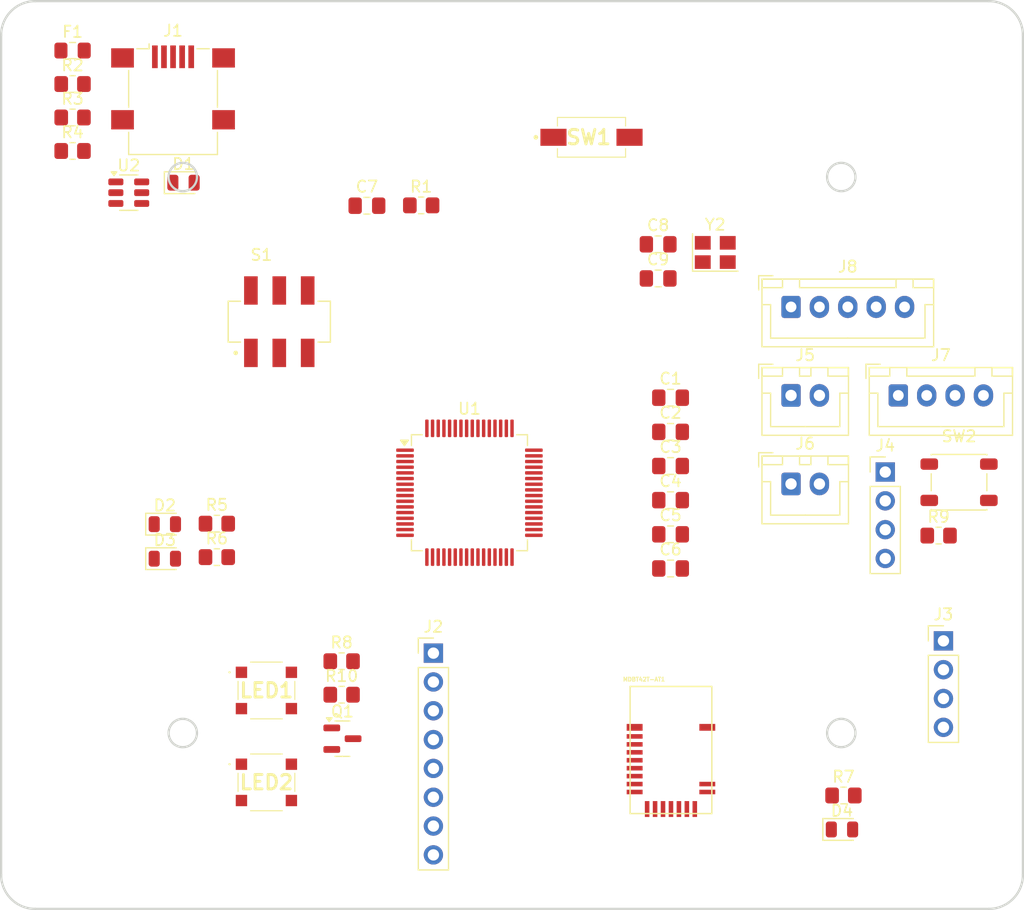
<source format=kicad_pcb>
(kicad_pcb (version 20241229) (generator "pcbnew") (generator_version "9.0")
  (layers (0 "F.Cu" signal) (2 "B.Cu" signal) (13 "F.Paste" user) (15 "B.Paste" user) (5 "F.SilkS" user "F.Silkscreen") (7 "B.SilkS" user "B.Silkscreen") (1 "F.Mask" user) (3 "B.Mask" user) (25 "Edge.Cuts" user))
  (net 0 "")
  (net 11 "/RESET")
  (net 14 "Net-(R1-Pad1)")
  (net 51 "+3V3")
  (net 52 "GND")
  (net 53 "/Boot")
  (net 57 "/OSC_OUT")
  (net 58 "/OSC_IN")
  (net 59 "Net-(D1-A)")
  (net 60 "Vusb")
  (net 61 "Net-(J1-VBUS)")
  (net 67 "/D-")
  (net 68 "/D+")
  (net 69 "/USB_CONN_D+")
  (net 70 "/USB_CONN_D-")
  (net 71 "/USB_D-")
  (net 72 "/USB_D+")
  (net 73 "Net-(D2-A)")
  (net 74 "Net-(D3-A)")
  (net 75 "/USER_LED")
  (net 77 "+5V")
  (net 78 "/IMU_INT")
  (net 79 "/IMU_I2C_SCL")
  (net 82 "/IMU_I2C_SDA")
  (net 91 "Net-(D4-A)")
  (net 92 "/BL_TX")
  (net 93 "/BL_WAKEUP")
  (net 94 "/BL_RX")
  (net 95 "Net-(MDBT42T-AT1-INDICATOR)")
  (net 96 "/ULTRA_ECHO")
  (net 97 "/ULTRA_TRIG")
  (net 98 "/SWCLK")
  (net 99 "/SWDIO")
  (net 100 "+5v")
  (net 101 "/AN2")
  (net 102 "/BN2")
  (net 103 "/AN1")
  (net 104 "/BN1")
  (net 105 "/E2A")
  (net 106 "/E2B")
  (net 107 "/PWR_ADC")
  (net 108 "/E1B")
  (net 109 "/E1A")
  (net 110 "Net-(SW2-A)")
  (net 111 "Net-(LED1-DIN)")
  (net 112 "Net-(LED1-DOUT)")
  (net 114 "/RGB_DIN")
  (footprint "Resistor_SMD:R_0805_2012Metric_Pad1.20x1.40mm_HandSolder" (layer "F.Cu") (at 129.2925 68.205)
    (property "Reference" "R4" (at 0 -1.65 0) (layer "F.SilkS"))
    (property "Value" "10K")
    (pad "1" smd roundrect (at -1 0) (size 1.2 1.4) (layers "F.Cu" "F.Mask" "F.Paste") (roundrect_rratio 0.208333) (net 59 "Net-(D1-A)"))
    (pad "2" smd roundrect (at 1 0) (size 1.2 1.4) (layers "F.Cu" "F.Mask" "F.Paste") (roundrect_rratio 0.208333) (net 60 "Vusb"))
  )
  (footprint "MDBT42T-AT:MDBT42T" (layer "F.Cu") (at 182 121)
    (property "Reference" "MDBT42T-AT1" (at -2.375 -6.225 0) (layer "F.SilkS") (effects (font (size 0.354331 0.354331))))
    (property "Value" "MDBT42T-AT")
    (pad "1" smd rect (at -3.2 -2) (size 1.4 0.6) (layers "F.Cu" "F.Mask" "F.Paste") (net 52 "GND"))
    (pad "2" smd rect (at -3.2 -1.2) (size 1.4 0.4) (layers "F.Cu" "F.Mask" "F.Paste"))
    (pad "3" smd rect (at -3.2 -0.5) (size 1.4 0.4) (layers "F.Cu" "F.Mask" "F.Paste"))
    (pad "4" smd rect (at -3.2 0.2) (size 1.4 0.4) (layers "F.Cu" "F.Mask" "F.Paste"))
    (pad "5" smd rect (at -3.2 0.9) (size 1.4 0.4) (layers "F.Cu" "F.Mask" "F.Paste") (net 95 "Net-(MDBT42T-AT1-INDICATOR)"))
    (pad "6" smd rect (at -3.2 1.6) (size 1.4 0.4) (layers "F.Cu" "F.Mask" "F.Paste") (net 93 "/BL_WAKEUP"))
    (pad "7" smd rect (at -3.2 2.3) (size 1.4 0.4) (layers "F.Cu" "F.Mask" "F.Paste") (net 92 "/BL_TX"))
    (pad "8" smd rect (at -3.2 3) (size 1.4 0.4) (layers "F.Cu" "F.Mask" "F.Paste") (net 94 "/BL_RX"))
    (pad "9" smd rect (at -3.2 3.7) (size 1.4 0.4) (layers "F.Cu" "F.Mask" "F.Paste") (net 52 "GND"))
    (pad "10" smd rect (at -2.1 5.2) (size 0.4 1.4) (layers "F.Cu" "F.Mask" "F.Paste") (net 52 "GND"))
    (pad "11" smd rect (at -1.4 5.2) (size 0.4 1.4) (layers "F.Cu" "F.Mask" "F.Paste"))
    (pad "12" smd rect (at -0.7 5.2) (size 0.4 1.4) (layers "F.Cu" "F.Mask" "F.Paste") (net 52 "GND"))
    (pad "13" smd rect (at 0 5.2) (size 0.4 1.4) (layers "F.Cu" "F.Mask" "F.Paste"))
    (pad "14" smd rect (at 0.7 5.2) (size 0.4 1.4) (layers "F.Cu" "F.Mask" "F.Paste"))
    (pad "15" smd rect (at 1.4 5.2) (size 0.4 1.4) (layers "F.Cu" "F.Mask" "F.Paste") (net 51 "+3V3"))
    (pad "16" smd rect (at 2.1 5.2) (size 0.4 1.4) (layers "F.Cu" "F.Mask" "F.Paste") (net 52 "GND"))
    (pad "17" smd rect (at 3.2 3.7) (size 1.4 0.4) (layers "F.Cu" "F.Mask" "F.Paste"))
    (pad "18" smd rect (at 3.2 3) (size 1.4 0.4) (layers "F.Cu" "F.Mask" "F.Paste"))
    (pad "19" smd rect (at 3.2 -2) (size 1.4 0.6) (layers "F.Cu" "F.Mask" "F.Paste") (net 52 "GND"))
  )
  (footprint "LED_SMD:LED_0805_2012Metric" (layer "F.Cu") (at 137.42 104.135)
    (property "Reference" "D3" (at 0 -1.65 0) (layer "F.SilkS"))
    (property "Value" "USER_LED")
    (pad "1" smd roundrect (at -0.9375 0) (size 0.975 1.4) (layers "F.Cu" "F.Mask" "F.Paste") (net 52 "GND"))
    (pad "2" smd roundrect (at 0.9375 0) (size 0.975 1.4) (layers "F.Cu" "F.Mask" "F.Paste") (net 74 "Net-(D3-A)"))
  )
  (footprint "Capacitor_SMD:C_0805_2012Metric_Pad1.18x1.45mm_HandSolder" (layer "F.Cu") (at 181.9625 105)
    (property "Reference" "C6" (at 0 -1.68 0) (layer "F.SilkS"))
    (property "Value" "10uF")
    (pad "1" smd roundrect (at -1.0375 0) (size 1.175 1.45) (layers "F.Cu" "F.Mask" "F.Paste") (roundrect_rratio 0.212766) (net 51 "+3V3"))
    (pad "2" smd roundrect (at 1.0375 0) (size 1.175 1.45) (layers "F.Cu" "F.Mask" "F.Paste") (roundrect_rratio 0.212766) (net 52 "GND"))
  )
  (footprint "Capacitor_SMD:C_0805_2012Metric_Pad1.18x1.45mm_HandSolder" (layer "F.Cu") (at 181.9625 101.99)
    (property "Reference" "C5" (at 0 -1.68 0) (layer "F.SilkS"))
    (property "Value" "0.1uF")
    (pad "1" smd roundrect (at -1.0375 0) (size 1.175 1.45) (layers "F.Cu" "F.Mask" "F.Paste") (roundrect_rratio 0.212766) (net 51 "+3V3"))
    (pad "2" smd roundrect (at 1.0375 0) (size 1.175 1.45) (layers "F.Cu" "F.Mask" "F.Paste") (roundrect_rratio 0.212766) (net 52 "GND"))
  )
  (footprint "Capacitor_SMD:C_0805_2012Metric_Pad1.18x1.45mm_HandSolder" (layer "F.Cu") (at 181.9625 98.98)
    (property "Reference" "C4" (at 0 -1.68 0) (layer "F.SilkS"))
    (property "Value" "0.1uF")
    (pad "1" smd roundrect (at -1.0375 0) (size 1.175 1.45) (layers "F.Cu" "F.Mask" "F.Paste") (roundrect_rratio 0.212766) (net 51 "+3V3"))
    (pad "2" smd roundrect (at 1.0375 0) (size 1.175 1.45) (layers "F.Cu" "F.Mask" "F.Paste") (roundrect_rratio 0.212766) (net 52 "GND"))
  )
  (footprint "LED_SMD:LED_0805_2012Metric" (layer "F.Cu") (at 139.0625 71)
    (property "Reference" "D1" (at 0 -1.65 0) (layer "F.SilkS"))
    (property "Value" "USB_PWR_LED")
    (pad "1" smd roundrect (at -0.9375 0) (size 0.975 1.4) (layers "F.Cu" "F.Mask" "F.Paste") (net 52 "GND"))
    (pad "2" smd roundrect (at 0.9375 0) (size 0.975 1.4) (layers "F.Cu" "F.Mask" "F.Paste") (net 59 "Net-(D1-A)"))
  )
  (footprint "Connector_PinHeader_2.54mm:PinHeader_1x08_P2.54mm_Vertical" (layer "F.Cu") (at 161.075 112.4615)
    (property "Reference" "J2" (at 0 -2.33 0) (layer "F.SilkS"))
    (property "Value" "Conn_MPU6050")
    (pad "1" thru_hole rect (at 0 0) (size 1.7 1.7) (drill 1) (layers "*.Cu" "*.Mask") (net 77 "+5V"))
    (pad "2" thru_hole oval (at 0 2.54) (size 1.7 1.7) (drill 1) (layers "*.Cu" "*.Mask") (net 52 "GND"))
    (pad "3" thru_hole oval (at 0 5.08) (size 1.7 1.7) (drill 1) (layers "*.Cu" "*.Mask") (net 79 "/IMU_I2C_SCL"))
    (pad "4" thru_hole oval (at 0 7.62) (size 1.7 1.7) (drill 1) (layers "*.Cu" "*.Mask") (net 82 "/IMU_I2C_SDA"))
    (pad "5" thru_hole oval (at 0 10.16) (size 1.7 1.7) (drill 1) (layers "*.Cu" "*.Mask"))
    (pad "6" thru_hole oval (at 0 12.7) (size 1.7 1.7) (drill 1) (layers "*.Cu" "*.Mask"))
    (pad "7" thru_hole oval (at 0 15.24) (size 1.7 1.7) (drill 1) (layers "*.Cu" "*.Mask"))
    (pad "8" thru_hole oval (at 0 17.78) (size 1.7 1.7) (drill 1) (layers "*.Cu" "*.Mask") (net 78 "/IMU_INT"))
  )
  (footprint "Resistor_SMD:R_0805_2012Metric_Pad1.20x1.40mm_HandSolder" (layer "F.Cu") (at 197.1925 125.005)
    (property "Reference" "R7" (at 0 -1.65 0) (layer "F.SilkS"))
    (property "Value" "10K")
    (pad "1" smd roundrect (at -1 0) (size 1.2 1.4) (layers "F.Cu" "F.Mask" "F.Paste") (roundrect_rratio 0.208333) (net 91 "Net-(D4-A)"))
    (pad "2" smd roundrect (at 1 0) (size 1.2 1.4) (layers "F.Cu" "F.Mask" "F.Paste") (roundrect_rratio 0.208333) (net 95 "Net-(MDBT42T-AT1-INDICATOR)"))
  )
  (footprint "Capacitor_SMD:C_0805_2012Metric_Pad1.18x1.45mm_HandSolder" (layer "F.Cu") (at 155.22 73.03)
    (property "Reference" "C7" (at 0 -1.68 0) (layer "F.SilkS"))
    (property "Value" "0.01uF")
    (pad "1" smd roundrect (at -1.0375 0) (size 1.175 1.45) (layers "F.Cu" "F.Mask" "F.Paste") (roundrect_rratio 0.212766) (net 52 "GND"))
    (pad "2" smd roundrect (at 1.0375 0) (size 1.175 1.45) (layers "F.Cu" "F.Mask" "F.Paste") (roundrect_rratio 0.212766) (net 11 "/RESET"))
  )
  (footprint "Package_TO_SOT_SMD:SOT-23-6" (layer "F.Cu") (at 134.2425 71.88)
    (property "Reference" "U2" (at 0 -2.4 0) (layer "F.SilkS"))
    (property "Value" "USBLC6-2SC6")
    (pad "1" smd roundrect (at -1.1375 -0.95) (size 1.325 0.6) (layers "F.Cu" "F.Mask" "F.Paste") (net 70 "/USB_CONN_D-"))
    (pad "2" smd roundrect (at -1.1375 0) (size 1.325 0.6) (layers "F.Cu" "F.Mask" "F.Paste") (net 52 "GND"))
    (pad "3" smd roundrect (at -1.1375 0.95) (size 1.325 0.6) (layers "F.Cu" "F.Mask" "F.Paste") (net 69 "/USB_CONN_D+"))
    (pad "4" smd roundrect (at 1.1375 0.95) (size 1.325 0.6) (layers "F.Cu" "F.Mask" "F.Paste") (net 72 "/USB_D+"))
    (pad "5" smd roundrect (at 1.1375 0) (size 1.325 0.6) (layers "F.Cu" "F.Mask" "F.Paste") (net 60 "Vusb"))
    (pad "6" smd roundrect (at 1.1375 -0.95) (size 1.325 0.6) (layers "F.Cu" "F.Mask" "F.Paste") (net 71 "/USB_D-"))
  )
  (footprint "Capacitor_SMD:C_0805_2012Metric_Pad1.18x1.45mm_HandSolder" (layer "F.Cu") (at 181.9625 95.97)
    (property "Reference" "C3" (at 0 -1.68 0) (layer "F.SilkS"))
    (property "Value" "0.1uF")
    (pad "1" smd roundrect (at -1.0375 0) (size 1.175 1.45) (layers "F.Cu" "F.Mask" "F.Paste") (roundrect_rratio 0.212766) (net 51 "+3V3"))
    (pad "2" smd roundrect (at 1.0375 0) (size 1.175 1.45) (layers "F.Cu" "F.Mask" "F.Paste") (roundrect_rratio 0.212766) (net 52 "GND"))
  )
  (footprint "Button_Switch_SMD:SW_SPST_PTS647_Sx50" (layer "F.Cu") (at 207.375 97.4)
    (property "Reference" "SW2" (at 0 -4.05 0) (layer "F.SilkS"))
    (property "Value" "SW_USER")
    (pad "1" smd roundrect (at -2.625 -1.6) (size 1.55 1) (layers "F.Cu" "F.Mask" "F.Paste") (net 110 "Net-(SW2-A)"))
    (pad "1" smd roundrect (at 2.625 -1.6) (size 1.55 1) (layers "F.Cu" "F.Mask" "F.Paste") (net 110 "Net-(SW2-A)"))
    (pad "2" smd roundrect (at -2.625 1.6) (size 1.55 1) (layers "F.Cu" "F.Mask" "F.Paste") (net 52 "GND"))
    (pad "2" smd roundrect (at 2.625 1.6) (size 1.55 1) (layers "F.Cu" "F.Mask" "F.Paste") (net 52 "GND"))
  )
  (footprint "Resistor_SMD:R_0805_2012Metric_Pad1.20x1.40mm_HandSolder" (layer "F.Cu") (at 205.575 102.1)
    (property "Reference" "R9" (at 0 -1.65 0) (layer "F.SilkS"))
    (property "Value" "10K")
    (pad "1" smd roundrect (at -1 0) (size 1.2 1.4) (layers "F.Cu" "F.Mask" "F.Paste") (roundrect_rratio 0.208333) (net 110 "Net-(SW2-A)"))
    (pad "2" smd roundrect (at 1 0) (size 1.2 1.4) (layers "F.Cu" "F.Mask" "F.Paste") (roundrect_rratio 0.208333) (net 51 "+3V3"))
  )
  (footprint "Connector_JST:JST_XH_B2B-XH-A_1x02_P2.50mm_Vertical" (layer "F.Cu") (at 192.575 97.55)
    (property "Reference" "J6" (at 1.25 -3.55 0) (layer "F.SilkS"))
    (property "Value" "Conn_5V")
    (pad "1" thru_hole roundrect (at 0 0) (size 1.7 2) (drill 1) (layers "*.Cu" "*.Mask") (roundrect_rratio 0.147059) (net 100 "+5v"))
    (pad "2" thru_hole oval (at 2.5 0) (size 1.7 2) (drill 1) (layers "*.Cu" "*.Mask") (net 52 "GND"))
  )
  (footprint "Resistor_SMD:R_0805_2012Metric_Pad1.20x1.40mm_HandSolder" (layer "F.Cu") (at 152.9925 113.175)
    (property "Reference" "R8" (at 0 -1.65 0) (layer "F.SilkS"))
    (property "Value" "10K")
    (pad "1" smd roundrect (at -1 0) (size 1.2 1.4) (layers "F.Cu" "F.Mask" "F.Paste") (roundrect_rratio 0.208333) (net 111 "Net-(LED1-DIN)"))
    (pad "2" smd roundrect (at 1 0) (size 1.2 1.4) (layers "F.Cu" "F.Mask" "F.Paste") (roundrect_rratio 0.208333) (net 100 "+5v"))
  )
  (footprint "Crystal:Crystal_SMD_Abracon_ABM8G-4Pin_3.2x2.5mm" (layer "F.Cu") (at 185.9 77.15)
    (property "Reference" "Y2" (at 0 -2.45 0) (layer "F.SilkS"))
    (property "Value" "16Mhz")
    (pad "1" smd rect (at -1.1 0.85) (size 1.4 1.2) (layers "F.Cu" "F.Mask" "F.Paste") (net 58 "/OSC_IN"))
    (pad "2" smd rect (at 1.1 0.85) (size 1.4 1.2) (layers "F.Cu" "F.Mask" "F.Paste") (net 52 "GND"))
    (pad "3" smd rect (at 1.1 -0.85) (size 1.4 1.2) (layers "F.Cu" "F.Mask" "F.Paste") (net 57 "/OSC_OUT"))
    (pad "4" smd rect (at -1.1 -0.85) (size 1.4 1.2) (layers "F.Cu" "F.Mask" "F.Paste") (net 52 "GND"))
  )
  (footprint "RGB_LED:INPI55TATPRPGPB" (layer "F.Cu") (at 146.3675 123.85)
    (property "Reference" "LED2" (at 0 0 0) (layer "F.SilkS") (effects (font (size 1.27 1.27) (thickness 0.254))))
    (property "Value" "IN-PI55TATPRPGPB" (hide yes))
    (pad "1" smd rect (at -2.2 -1.6 90) (size 1 1) (layers "F.Cu" "F.Mask" "F.Paste") (net 100 "+5v"))
    (pad "2" smd rect (at -2.2 1.6 90) (size 1 1) (layers "F.Cu" "F.Mask" "F.Paste"))
    (pad "3" smd rect (at 2.2 1.6 90) (size 1 1) (layers "F.Cu" "F.Mask" "F.Paste") (net 52 "GND"))
    (pad "4" smd rect (at 2.2 -1.6 90) (size 1 1) (layers "F.Cu" "F.Mask" "F.Paste") (net 112 "Net-(LED1-DOUT)"))
  )
  (footprint "Resistor_SMD:R_0805_2012Metric_Pad1.20x1.40mm_HandSolder" (layer "F.Cu") (at 129.2925 62.305)
    (property "Reference" "R2" (at 0 -1.65 0) (layer "F.SilkS"))
    (property "Value" "22")
    (pad "1" smd roundrect (at -1 0) (size 1.2 1.4) (layers "F.Cu" "F.Mask" "F.Paste") (roundrect_rratio 0.208333) (net 69 "/USB_CONN_D+"))
    (pad "2" smd roundrect (at 1 0) (size 1.2 1.4) (layers "F.Cu" "F.Mask" "F.Paste") (roundrect_rratio 0.208333) (net 68 "/D+"))
  )
  (footprint "LED_SMD:LED_0805_2012Metric" (layer "F.Cu") (at 197.0625 128)
    (property "Reference" "D4" (at 0 -1.65 0) (layer "F.SilkS"))
    (property "Value" "Bl_IND_LED")
    (pad "1" smd roundrect (at -0.9375 0) (size 0.975 1.4) (layers "F.Cu" "F.Mask" "F.Paste") (net 52 "GND"))
    (pad "2" smd roundrect (at 0.9375 0) (size 0.975 1.4) (layers "F.Cu" "F.Mask" "F.Paste") (net 91 "Net-(D4-A)"))
  )
  (footprint "Capacitor_SMD:C_0805_2012Metric_Pad1.18x1.45mm_HandSolder" (layer "F.Cu") (at 180.87 76.43)
    (property "Reference" "C8" (at 0 -1.68 0) (layer "F.SilkS"))
    (property "Value" "0.22pF")
    (pad "1" smd roundrect (at -1.0375 0) (size 1.175 1.45) (layers "F.Cu" "F.Mask" "F.Paste") (roundrect_rratio 0.212766) (net 57 "/OSC_OUT"))
    (pad "2" smd roundrect (at 1.0375 0) (size 1.175 1.45) (layers "F.Cu" "F.Mask" "F.Paste") (roundrect_rratio 0.212766) (net 52 "GND"))
  )
  (footprint "Connector_JST:JST_XH_B2B-XH-A_1x02_P2.50mm_Vertical" (layer "F.Cu") (at 192.575 89.75)
    (property "Reference" "J5" (at 1.25 -3.55 0) (layer "F.SilkS"))
    (property "Value" "Conn_3V3")
    (pad "1" thru_hole roundrect (at 0 0) (size 1.7 2) (drill 1) (layers "*.Cu" "*.Mask") (roundrect_rratio 0.147059) (net 51 "+3V3"))
    (pad "2" thru_hole oval (at 2.5 0) (size 1.7 2) (drill 1) (layers "*.Cu" "*.Mask") (net 52 "GND"))
  )
  (footprint "Connector_JST:JST_XH_B5B-XH-A_1x05_P2.50mm_Vertical" (layer "F.Cu") (at 192.575 81.95)
    (property "Reference" "J8" (at 5 -3.55 0) (layer "F.SilkS"))
    (property "Value" "Conn_HAL")
    (pad "1" thru_hole roundrect (at 0 0) (size 1.7 1.95) (drill 0.95) (layers "*.Cu" "*.Mask") (roundrect_rratio 0.147059) (net 105 "/E2A"))
    (pad "2" thru_hole oval (at 2.5 0) (size 1.7 1.95) (drill 0.95) (layers "*.Cu" "*.Mask") (net 106 "/E2B"))
    (pad "3" thru_hole oval (at 5 0) (size 1.7 1.95) (drill 0.95) (layers "*.Cu" "*.Mask") (net 109 "/E1A"))
    (pad "4" thru_hole oval (at 7.5 0) (size 1.7 1.95) (drill 0.95) (layers "*.Cu" "*.Mask") (net 108 "/E1B"))
    (pad "5" thru_hole oval (at 10 0) (size 1.7 1.95) (drill 0.95) (layers "*.Cu" "*.Mask") (net 107 "/PWR_ADC"))
  )
  (footprint "Connector_JST:JST_XH_B4B-XH-A_1x04_P2.50mm_Vertical" (layer "F.Cu") (at 202.025 89.75)
    (property "Reference" "J7" (at 3.75 -3.55 0) (layer "F.SilkS"))
    (property "Value" "Conn_DRIVE")
    (pad "1" thru_hole roundrect (at 0 0) (size 1.7 1.95) (drill 0.95) (layers "*.Cu" "*.Mask") (roundrect_rratio 0.147059) (net 101 "/AN2"))
    (pad "2" thru_hole oval (at 2.5 0) (size 1.7 1.95) (drill 0.95) (layers "*.Cu" "*.Mask") (net 103 "/AN1"))
    (pad "3" thru_hole oval (at 5 0) (size 1.7 1.95) (drill 0.95) (layers "*.Cu" "*.Mask") (net 102 "/BN2"))
    (pad "4" thru_hole oval (at 7.5 0) (size 1.7 1.95) (drill 0.95) (layers "*.Cu" "*.Mask") (net 104 "/BN1"))
  )
  (footprint "SW_up_Boot:SW_up_Boot" (layer "F.Cu") (at 147.5 83.25)
    (property "Reference" "S1" (at -1.575 -5.885 0) (layer "F.SilkS"))
    (property "Value" "JS202011SCQN")
    (pad "1" smd rect (at -2.5 2.75) (size 1.2 2.5) (layers "F.Cu" "F.Mask" "F.Paste") (net 51 "+3V3"))
    (pad "2" smd rect (at 0 2.75) (size 1.2 2.5) (layers "F.Cu" "F.Mask" "F.Paste") (net 14 "Net-(R1-Pad1)"))
    (pad "3" smd rect (at 2.5 2.75) (size 1.2 2.5) (layers "F.Cu" "F.Mask" "F.Paste") (net 52 "GND"))
    (pad "4" smd rect (at -2.5 -2.75) (size 1.2 2.5) (layers "F.Cu" "F.Mask" "F.Paste"))
    (pad "5" smd rect (at 0 -2.75) (size 1.2 2.5) (layers "F.Cu" "F.Mask" "F.Paste"))
    (pad "6" smd rect (at 2.5 -2.75) (size 1.2 2.5) (layers "F.Cu" "F.Mask" "F.Paste"))
  )
  (footprint "Package_TO_SOT_SMD:SOT-23" (layer "F.Cu") (at 153.0625 120)
    (property "Reference" "Q1" (at 0 -2.4 0) (layer "F.SilkS"))
    (property "Value" "BSS138")
    (pad "1" smd roundrect (at -0.9375 -0.95) (size 1.475 0.6) (layers "F.Cu" "F.Mask" "F.Paste") (net 51 "+3V3"))
    (pad "2" smd roundrect (at -0.9375 0.95) (size 1.475 0.6) (layers "F.Cu" "F.Mask" "F.Paste") (net 111 "Net-(LED1-DIN)"))
    (pad "3" smd roundrect (at 0.9375 0) (size 1.475 0.6) (layers "F.Cu" "F.Mask" "F.Paste") (net 114 "/RGB_DIN"))
  )
  (footprint "RGB_LED:INPI55TATPRPGPB" (layer "F.Cu") (at 146.3675 115.75)
    (property "Reference" "LED1" (at 0 0 0) (layer "F.SilkS") (effects (font (size 1.27 1.27) (thickness 0.254))))
    (property "Value" "IN-PI55TATPRPGPB" (hide yes))
    (pad "1" smd rect (at -2.2 -1.6 90) (size 1 1) (layers "F.Cu" "F.Mask" "F.Paste") (net 100 "+5v"))
    (pad "2" smd rect (at -2.2 1.6 90) (size 1 1) (layers "F.Cu" "F.Mask" "F.Paste") (net 112 "Net-(LED1-DOUT)"))
    (pad "3" smd rect (at 2.2 1.6 90) (size 1 1) (layers "F.Cu" "F.Mask" "F.Paste") (net 52 "GND"))
    (pad "4" smd rect (at 2.2 -1.6 90) (size 1 1) (layers "F.Cu" "F.Mask" "F.Paste") (net 111 "Net-(LED1-DIN)"))
  )
  (footprint "Connector_PinHeader_2.54mm:PinHeader_1x04_P2.54mm_Vertical" (layer "F.Cu") (at 206 111.38)
    (property "Reference" "J3" (at 0 -2.33 0) (layer "F.SilkS"))
    (property "Value" "Conn_ULTRA")
    (pad "1" thru_hole rect (at 0 0) (size 1.7 1.7) (drill 1) (layers "*.Cu" "*.Mask") (net 77 "+5V"))
    (pad "2" thru_hole oval (at 0 2.54) (size 1.7 1.7) (drill 1) (layers "*.Cu" "*.Mask") (net 97 "/ULTRA_TRIG"))
    (pad "3" thru_hole oval (at 0 5.08) (size 1.7 1.7) (drill 1) (layers "*.Cu" "*.Mask") (net 96 "/ULTRA_ECHO"))
    (pad "4" thru_hole oval (at 0 7.62) (size 1.7 1.7) (drill 1) (layers "*.Cu" "*.Mask") (net 52 "GND"))
  )
  (footprint "Capacitor_SMD:C_0805_2012Metric_Pad1.18x1.45mm_HandSolder" (layer "F.Cu") (at 181.9625 92.96)
    (property "Reference" "C2" (at 0 -1.68 0) (layer "F.SilkS"))
    (property "Value" "0.1uF")
    (pad "1" smd roundrect (at -1.0375 0) (size 1.175 1.45) (layers "F.Cu" "F.Mask" "F.Paste") (roundrect_rratio 0.212766) (net 51 "+3V3"))
    (pad "2" smd roundrect (at 1.0375 0) (size 1.175 1.45) (layers "F.Cu" "F.Mask" "F.Paste") (roundrect_rratio 0.212766) (net 52 "GND"))
  )
  (footprint "Resistor_SMD:R_0805_2012Metric_Pad1.20x1.40mm_HandSolder" (layer "F.Cu") (at 142 101.05)
    (property "Reference" "R5" (at 0 -1.65 0) (layer "F.SilkS"))
    (property "Value" "10K")
    (pad "1" smd roundrect (at -1 0) (size 1.2 1.4) (layers "F.Cu" "F.Mask" "F.Paste") (roundrect_rratio 0.208333) (net 73 "Net-(D2-A)"))
    (pad "2" smd roundrect (at 1 0) (size 1.2 1.4) (layers "F.Cu" "F.Mask" "F.Paste") (roundrect_rratio 0.208333) (net 51 "+3V3"))
  )
  (footprint "Resistor_SMD:R_0805_2012Metric_Pad1.20x1.40mm_HandSolder" (layer "F.Cu") (at 129.2925 65.255)
    (property "Reference" "R3" (at 0 -1.65 0) (layer "F.SilkS"))
    (property "Value" "22")
    (pad "1" smd roundrect (at -1 0) (size 1.2 1.4) (layers "F.Cu" "F.Mask" "F.Paste") (roundrect_rratio 0.208333) (net 70 "/USB_CONN_D-"))
    (pad "2" smd roundrect (at 1 0) (size 1.2 1.4) (layers "F.Cu" "F.Mask" "F.Paste") (roundrect_rratio 0.208333) (net 67 "/D-"))
  )
  (footprint "LED_SMD:LED_0805_2012Metric" (layer "F.Cu") (at 137.42 101.095)
    (property "Reference" "D2" (at 0 -1.65 0) (layer "F.SilkS"))
    (property "Value" "uP_PWR_LED")
    (pad "1" smd roundrect (at -0.9375 0) (size 0.975 1.4) (layers "F.Cu" "F.Mask" "F.Paste") (net 52 "GND"))
    (pad "2" smd roundrect (at 0.9375 0) (size 0.975 1.4) (layers "F.Cu" "F.Mask" "F.Paste") (net 73 "Net-(D2-A)"))
  )
  (footprint "Resistor_SMD:R_0805_2012Metric_Pad1.20x1.40mm_HandSolder" (layer "F.Cu") (at 152.9925 116.125)
    (property "Reference" "R10" (at 0 -1.65 0) (layer "F.SilkS"))
    (property "Value" "10K")
    (pad "1" smd roundrect (at -1 0) (size 1.2 1.4) (layers "F.Cu" "F.Mask" "F.Paste") (roundrect_rratio 0.208333) (net 114 "/RGB_DIN"))
    (pad "2" smd roundrect (at 1 0) (size 1.2 1.4) (layers "F.Cu" "F.Mask" "F.Paste") (roundrect_rratio 0.208333) (net 51 "+3V3"))
  )
  (footprint "SW_uP_Reset:SW_uP_Reset" (layer "F.Cu") (at 175 67)
    (property "Reference" "SW1" (at -0.25 0 0) (layer "F.SilkS") (effects (font (size 1.27 1.27) (thickness 0.254))))
    (property "Value" "SW_SPST" (hide yes))
    (pad "1" smd rect (at -3.35 0 90) (size 1.5 2.3) (layers "F.Cu" "F.Mask" "F.Paste") (net 52 "GND"))
    (pad "2" smd rect (at 3.35 0 90) (size 1.5 2.3) (layers "F.Cu" "F.Mask" "F.Paste") (net 11 "/RESET"))
  )
  (footprint "Fuse:Fuse_0805_2012Metric_Pad1.15x1.40mm_HandSolder" (layer "F.Cu") (at 129.2925 59.355)
    (property "Reference" "F1" (at 0 -1.65 0) (layer "F.SilkS"))
    (property "Value" "PTCSMD")
    (pad "1" smd roundrect (at -1.025 0) (size 1.15 1.4) (layers "F.Cu" "F.Mask" "F.Paste") (roundrect_rratio 0.217391) (net 61 "Net-(J1-VBUS)"))
    (pad "2" smd roundrect (at 1.025 0) (size 1.15 1.4) (layers "F.Cu" "F.Mask" "F.Paste") (roundrect_rratio 0.217391) (net 60 "Vusb"))
  )
  (footprint "Capacitor_SMD:C_0805_2012Metric_Pad1.18x1.45mm_HandSolder" (layer "F.Cu") (at 181.9625 89.95)
    (property "Reference" "C1" (at 0 -1.68 0) (layer "F.SilkS"))
    (property "Value" "0.1uF")
    (pad "1" smd roundrect (at -1.0375 0) (size 1.175 1.45) (layers "F.Cu" "F.Mask" "F.Paste") (roundrect_rratio 0.212766) (net 51 "+3V3"))
    (pad "2" smd roundrect (at 1.0375 0) (size 1.175 1.45) (layers "F.Cu" "F.Mask" "F.Paste") (roundrect_rratio 0.212766) (net 52 "GND"))
  )
  (footprint "Resistor_SMD:R_0805_2012Metric_Pad1.20x1.40mm_HandSolder" (layer "F.Cu") (at 160 73)
    (property "Reference" "R1" (at 0 -1.65 0) (layer "F.SilkS"))
    (property "Value" "10K")
    (pad "1" smd roundrect (at -1 0) (size 1.2 1.4) (layers "F.Cu" "F.Mask" "F.Paste") (roundrect_rratio 0.208333) (net 14 "Net-(R1-Pad1)"))
    (pad "2" smd roundrect (at 1 0) (size 1.2 1.4) (layers "F.Cu" "F.Mask" "F.Paste") (roundrect_rratio 0.208333) (net 53 "/Boot"))
  )
  (footprint "Package_QFP:LQFP-64_10x10mm_P0.5mm" (layer "F.Cu") (at 164.25 98.325)
    (property "Reference" "U1" (at 0 -7.4 0) (layer "F.SilkS"))
    (property "Value" "STM32F103RCTx")
    (pad "1" smd roundrect (at -5.675 -3.75) (size 1.55 0.3) (layers "F.Cu" "F.Mask" "F.Paste"))
    (pad "2" smd roundrect (at -5.675 -3.25) (size 1.55 0.3) (layers "F.Cu" "F.Mask" "F.Paste"))
    (pad "3" smd roundrect (at -5.675 -2.75) (size 1.55 0.3) (layers "F.Cu" "F.Mask" "F.Paste"))
    (pad "4" smd roundrect (at -5.675 -2.25) (size 1.55 0.3) (layers "F.Cu" "F.Mask" "F.Paste"))
    (pad "5" smd roundrect (at -5.675 -1.75) (size 1.55 0.3) (layers "F.Cu" "F.Mask" "F.Paste") (net 58 "/OSC_IN"))
    (pad "6" smd roundrect (at -5.675 -1.25) (size 1.55 0.3) (layers "F.Cu" "F.Mask" "F.Paste") (net 57 "/OSC_OUT"))
    (pad "7" smd roundrect (at -5.675 -0.75) (size 1.55 0.3) (layers "F.Cu" "F.Mask" "F.Paste") (net 11 "/RESET"))
    (pad "8" smd roundrect (at -5.675 -0.25) (size 1.55 0.3) (layers "F.Cu" "F.Mask" "F.Paste"))
    (pad "9" smd roundrect (at -5.675 0.25) (size 1.55 0.3) (layers "F.Cu" "F.Mask" "F.Paste"))
    (pad "10" smd roundrect (at -5.675 0.75) (size 1.55 0.3) (layers "F.Cu" "F.Mask" "F.Paste"))
    (pad "11" smd roundrect (at -5.675 1.25) (size 1.55 0.3) (layers "F.Cu" "F.Mask" "F.Paste"))
    (pad "12" smd roundrect (at -5.675 1.75) (size 1.55 0.3) (layers "F.Cu" "F.Mask" "F.Paste") (net 52 "GND"))
    (pad "13" smd roundrect (at -5.675 2.25) (size 1.55 0.3) (layers "F.Cu" "F.Mask" "F.Paste") (net 51 "+3V3"))
    (pad "14" smd roundrect (at -5.675 2.75) (size 1.55 0.3) (layers "F.Cu" "F.Mask" "F.Paste"))
    (pad "15" smd roundrect (at -5.675 3.25) (size 1.55 0.3) (layers "F.Cu" "F.Mask" "F.Paste"))
    (pad "16" smd roundrect (at -5.675 3.75) (size 1.55 0.3) (layers "F.Cu" "F.Mask" "F.Paste"))
    (pad "17" smd roundrect (at -3.75 5.675) (size 0.3 1.55) (layers "F.Cu" "F.Mask" "F.Paste"))
    (pad "18" smd roundrect (at -3.25 5.675) (size 0.3 1.55) (layers "F.Cu" "F.Mask" "F.Paste") (net 52 "GND"))
    (pad "19" smd roundrect (at -2.75 5.675) (size 0.3 1.55) (layers "F.Cu" "F.Mask" "F.Paste") (net 51 "+3V3"))
    (pad "20" smd roundrect (at -2.25 5.675) (size 0.3 1.55) (layers "F.Cu" "F.Mask" "F.Paste"))
    (pad "21" smd roundrect (at -1.75 5.675) (size 0.3 1.55) (layers "F.Cu" "F.Mask" "F.Paste"))
    (pad "22" smd roundrect (at -1.25 5.675) (size 0.3 1.55) (layers "F.Cu" "F.Mask" "F.Paste"))
    (pad "23" smd roundrect (at -0.75 5.675) (size 0.3 1.55) (layers "F.Cu" "F.Mask" "F.Paste"))
    (pad "24" smd roundrect (at -0.25 5.675) (size 0.3 1.55) (layers "F.Cu" "F.Mask" "F.Paste"))
    (pad "25" smd roundrect (at 0.25 5.675) (size 0.3 1.55) (layers "F.Cu" "F.Mask" "F.Paste"))
    (pad "26" smd roundrect (at 0.75 5.675) (size 0.3 1.55) (layers "F.Cu" "F.Mask" "F.Paste"))
    (pad "27" smd roundrect (at 1.25 5.675) (size 0.3 1.55) (layers "F.Cu" "F.Mask" "F.Paste"))
    (pad "28" smd roundrect (at 1.75 5.675) (size 0.3 1.55) (layers "F.Cu" "F.Mask" "F.Paste"))
    (pad "29" smd roundrect (at 2.25 5.675) (size 0.3 1.55) (layers "F.Cu" "F.Mask" "F.Paste"))
    (pad "30" smd roundrect (at 2.75 5.675) (size 0.3 1.55) (layers "F.Cu" "F.Mask" "F.Paste"))
    (pad "31" smd roundrect (at 3.25 5.675) (size 0.3 1.55) (layers "F.Cu" "F.Mask" "F.Paste") (net 52 "GND"))
    (pad "32" smd roundrect (at 3.75 5.675) (size 0.3 1.55) (layers "F.Cu" "F.Mask" "F.Paste") (net 51 "+3V3"))
    (pad "33" smd roundrect (at 5.675 3.75) (size 1.55 0.3) (layers "F.Cu" "F.Mask" "F.Paste"))
    (pad "34" smd roundrect (at 5.675 3.25) (size 1.55 0.3) (layers "F.Cu" "F.Mask" "F.Paste"))
    (pad "35" smd roundrect (at 5.675 2.75) (size 1.55 0.3) (layers "F.Cu" "F.Mask" "F.Paste"))
    (pad "36" smd roundrect (at 5.675 2.25) (size 1.55 0.3) (layers "F.Cu" "F.Mask" "F.Paste"))
    (pad "37" smd roundrect (at 5.675 1.75) (size 1.55 0.3) (layers "F.Cu" "F.Mask" "F.Paste"))
    (pad "38" smd roundrect (at 5.675 1.25) (size 1.55 0.3) (layers "F.Cu" "F.Mask" "F.Paste"))
    (pad "39" smd roundrect (at 5.675 0.75) (size 1.55 0.3) (layers "F.Cu" "F.Mask" "F.Paste"))
    (pad "40" smd roundrect (at 5.675 0.25) (size 1.55 0.3) (layers "F.Cu" "F.Mask" "F.Paste"))
    (pad "41" smd roundrect (at 5.675 -0.25) (size 1.55 0.3) (layers "F.Cu" "F.Mask" "F.Paste"))
    (pad "42" smd roundrect (at 5.675 -0.75) (size 1.55 0.3) (layers "F.Cu" "F.Mask" "F.Paste"))
    (pad "43" smd roundrect (at 5.675 -1.25) (size 1.55 0.3) (layers "F.Cu" "F.Mask" "F.Paste"))
    (pad "44" smd roundrect (at 5.675 -1.75) (size 1.55 0.3) (layers "F.Cu" "F.Mask" "F.Paste") (net 71 "/USB_D-"))
    (pad "45" smd roundrect (at 5.675 -2.25) (size 1.55 0.3) (layers "F.Cu" "F.Mask" "F.Paste") (net 72 "/USB_D+"))
    (pad "46" smd roundrect (at 5.675 -2.75) (size 1.55 0.3) (layers "F.Cu" "F.Mask" "F.Paste"))
    (pad "47" smd roundrect (at 5.675 -3.25) (size 1.55 0.3) (layers "F.Cu" "F.Mask" "F.Paste") (net 52 "GND"))
    (pad "48" smd roundrect (at 5.675 -3.75) (size 1.55 0.3) (layers "F.Cu" "F.Mask" "F.Paste") (net 51 "+3V3"))
    (pad "49" smd roundrect (at 3.75 -5.675) (size 0.3 1.55) (layers "F.Cu" "F.Mask" "F.Paste"))
    (pad "50" smd roundrect (at 3.25 -5.675) (size 0.3 1.55) (layers "F.Cu" "F.Mask" "F.Paste"))
    (pad "51" smd roundrect (at 2.75 -5.675) (size 0.3 1.55) (layers "F.Cu" "F.Mask" "F.Paste"))
    (pad "52" smd roundrect (at 2.25 -5.675) (size 0.3 1.55) (layers "F.Cu" "F.Mask" "F.Paste"))
    (pad "53" smd roundrect (at 1.75 -5.675) (size 0.3 1.55) (layers "F.Cu" "F.Mask" "F.Paste"))
    (pad "54" smd roundrect (at 1.25 -5.675) (size 0.3 1.55) (layers "F.Cu" "F.Mask" "F.Paste"))
    (pad "55" smd roundrect (at 0.75 -5.675) (size 0.3 1.55) (layers "F.Cu" "F.Mask" "F.Paste"))
    (pad "56" smd roundrect (at 0.25 -5.675) (size 0.3 1.55) (layers "F.Cu" "F.Mask" "F.Paste"))
    (pad "57" smd roundrect (at -0.25 -5.675) (size 0.3 1.55) (layers "F.Cu" "F.Mask" "F.Paste"))
    (pad "58" smd roundrect (at -0.75 -5.675) (size 0.3 1.55) (layers "F.Cu" "F.Mask" "F.Paste"))
    (pad "59" smd roundrect (at -1.25 -5.675) (size 0.3 1.55) (layers "F.Cu" "F.Mask" "F.Paste"))
    (pad "60" smd roundrect (at -1.75 -5.675) (size 0.3 1.55) (layers "F.Cu" "F.Mask" "F.Paste") (net 53 "/Boot"))
    (pad "61" smd roundrect (at -2.25 -5.675) (size 0.3 1.55) (layers "F.Cu" "F.Mask" "F.Paste"))
    (pad "62" smd roundrect (at -2.75 -5.675) (size 0.3 1.55) (layers "F.Cu" "F.Mask" "F.Paste"))
    (pad "63" smd roundrect (at -3.25 -5.675) (size 0.3 1.55) (layers "F.Cu" "F.Mask" "F.Paste") (net 52 "GND"))
    (pad "64" smd roundrect (at -3.75 -5.675) (size 0.3 1.55) (layers "F.Cu" "F.Mask" "F.Paste") (net 51 "+3V3"))
  )
  (footprint "Connector_PinHeader_2.54mm:PinHeader_1x04_P2.54mm_Vertical" (layer "F.Cu") (at 200.875 96.5)
    (property "Reference" "J4" (at 0 -2.33 0) (layer "F.SilkS"))
    (property "Value" "Conn_ULTRA")
    (pad "1" thru_hole rect (at 0 0) (size 1.7 1.7) (drill 1) (layers "*.Cu" "*.Mask") (net 51 "+3V3"))
    (pad "2" thru_hole oval (at 0 2.54) (size 1.7 1.7) (drill 1) (layers "*.Cu" "*.Mask") (net 98 "/SWCLK"))
    (pad "3" thru_hole oval (at 0 5.08) (size 1.7 1.7) (drill 1) (layers "*.Cu" "*.Mask") (net 52 "GND"))
    (pad "4" thru_hole oval (at 0 7.62) (size 1.7 1.7) (drill 1) (layers "*.Cu" "*.Mask") (net 99 "/SWDIO"))
  )
  (footprint "Connector_USB:USB_Mini-B_Lumberg_2486_01_Horizontal" (layer "F.Cu") (at 138.1425 62.605)
    (property "Reference" "J1" (at 0 -5 0) (layer "F.SilkS"))
    (property "Value" "USB_B_Mini")
    (pad "" np_thru_hole circle (at -2.2 0) (size 1 1) (drill 1) (layers "*.Cu" "*.Mask"))
    (pad "" np_thru_hole circle (at 2.2 0) (size 1 1) (drill 1) (layers "*.Cu" "*.Mask"))
    (pad "1" smd rect (at -1.6 -2.7) (size 0.5 2) (layers "F.Cu" "F.Mask" "F.Paste") (net 61 "Net-(J1-VBUS)"))
    (pad "2" smd rect (at -0.8 -2.7) (size 0.5 2) (layers "F.Cu" "F.Mask" "F.Paste") (net 67 "/D-"))
    (pad "3" smd rect (at 0 -2.7) (size 0.5 2) (layers "F.Cu" "F.Mask" "F.Paste") (net 68 "/D+"))
    (pad "4" smd rect (at 0.8 -2.7) (size 0.5 2) (layers "F.Cu" "F.Mask" "F.Paste"))
    (pad "5" smd rect (at 1.6 -2.7) (size 0.5 2) (layers "F.Cu" "F.Mask" "F.Paste") (net 52 "GND"))
    (pad "6" smd rect (at -4.45 -2.6) (size 2 1.7) (layers "F.Cu" "F.Mask" "F.Paste"))
    (pad "6" smd rect (at -4.45 2.85) (size 2 1.7) (layers "F.Cu" "F.Mask" "F.Paste"))
    (pad "6" smd rect (at 4.45 -2.6) (size 2 1.7) (layers "F.Cu" "F.Mask" "F.Paste"))
    (pad "6" smd rect (at 4.45 2.85) (size 2 1.7) (layers "F.Cu" "F.Mask" "F.Paste"))
  )
  (footprint "Capacitor_SMD:C_0805_2012Metric_Pad1.18x1.45mm_HandSolder" (layer "F.Cu") (at 180.87 79.44)
    (property "Reference" "C9" (at 0 -1.68 0) (layer "F.SilkS"))
    (property "Value" "0.22pF")
    (pad "1" smd roundrect (at -1.0375 0) (size 1.175 1.45) (layers "F.Cu" "F.Mask" "F.Paste") (roundrect_rratio 0.212766) (net 58 "/OSC_IN"))
    (pad "2" smd roundrect (at 1.0375 0) (size 1.175 1.45) (layers "F.Cu" "F.Mask" "F.Paste") (roundrect_rratio 0.212766) (net 52 "GND"))
  )
  (footprint "Resistor_SMD:R_0805_2012Metric_Pad1.20x1.40mm_HandSolder" (layer "F.Cu") (at 142 104)
    (property "Reference" "R6" (at 0 -1.65 0) (layer "F.SilkS"))
    (property "Value" "10K")
    (pad "1" smd roundrect (at -1 0) (size 1.2 1.4) (layers "F.Cu" "F.Mask" "F.Paste") (roundrect_rratio 0.208333) (net 74 "Net-(D3-A)"))
    (pad "2" smd roundrect (at 1 0) (size 1.2 1.4) (layers "F.Cu" "F.Mask" "F.Paste") (roundrect_rratio 0.208333) (net 75 "/USER_LED"))
  )
  (gr_circle (center 138.999999 70.5) (end 140.249999 70.5) (stroke (width 0.2)) (fill no) (layer "Edge.Cuts"))
  (gr_arc (start 212.999999 132) (mid 212.121319 134.12132) (end 209.999999 135) (stroke (width 0.2)) (layer "Edge.Cuts"))
  (gr_circle (center 196.999999 119.5) (end 198.249999 119.5) (stroke (width 0.2)) (fill no) (layer "Edge.Cuts"))
  (gr_arc (start 122.999999 58.000001) (mid 123.878679 55.87868) (end 126 55) (stroke (width 0.2)) (layer "Edge.Cuts"))
  (gr_circle (center 196.999999 70.5) (end 198.249999 70.5) (stroke (width 0.2)) (fill no) (layer "Edge.Cuts"))
  (gr_arc (start 126 135) (mid 123.878679 134.12132) (end 122.999999 131.999999) (stroke (width 0.2)) (layer "Edge.Cuts"))
  (gr_line (start 209.999999 55) (end 126 55) (stroke (width 0.2)) (layer "Edge.Cuts"))
  (gr_circle (center 138.999999 119.5) (end 140.249999 119.5) (stroke (width 0.2)) (fill no) (layer "Edge.Cuts"))
  (gr_line (start 209.999999 135) (end 126 135) (stroke (width 0.2)) (layer "Edge.Cuts"))
  (gr_line (start 122.999999 131.999999) (end 122.999999 58.000001) (stroke (width 0.2)) (layer "Edge.Cuts"))
  (gr_arc (start 209.999999 55) (mid 212.121319 55.87868) (end 212.999999 58) (stroke (width 0.2)) (layer "Edge.Cuts"))
  (gr_line (start 212.999999 132) (end 212.999999 58) (stroke (width 0.2)) (layer "Edge.Cuts"))
)
</source>
